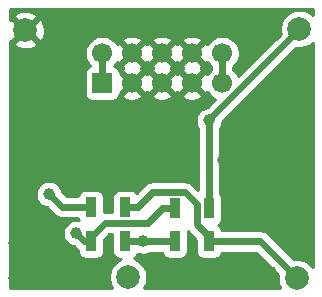
<source format=gbr>
G04 #@! TF.GenerationSoftware,KiCad,Pcbnew,(5.1.5)-3*
G04 #@! TF.CreationDate,2020-11-29T18:58:37+00:00*
G04 #@! TF.ProjectId,Retrospector_Power_Test_LM2675,52657472-6f73-4706-9563-746f725f506f,rev?*
G04 #@! TF.SameCoordinates,Original*
G04 #@! TF.FileFunction,Copper,L2,Bot*
G04 #@! TF.FilePolarity,Positive*
%FSLAX46Y46*%
G04 Gerber Fmt 4.6, Leading zero omitted, Abs format (unit mm)*
G04 Created by KiCad (PCBNEW (5.1.5)-3) date 2020-11-29 18:58:37*
%MOMM*%
%LPD*%
G04 APERTURE LIST*
%ADD10C,1.700000*%
%ADD11R,1.700000X1.700000*%
%ADD12R,0.900000X1.700000*%
%ADD13C,2.000000*%
%ADD14C,1.000000*%
%ADD15C,0.600000*%
%ADD16C,0.500000*%
%ADD17C,0.254000*%
G04 APERTURE END LIST*
D10*
X103660000Y-53460000D03*
X103660000Y-56000000D03*
X101120000Y-53460000D03*
X101120000Y-56000000D03*
X98580000Y-53460000D03*
X98580000Y-56000000D03*
X96040000Y-53460000D03*
X96040000Y-56000000D03*
X93500000Y-53460000D03*
D11*
X93500000Y-56000000D03*
D12*
X95450000Y-66500000D03*
X92550000Y-66500000D03*
X102550000Y-69400000D03*
X99650000Y-69400000D03*
X92550000Y-69400000D03*
X95450000Y-69400000D03*
X102550000Y-66600000D03*
X99650000Y-66600000D03*
D13*
X110200000Y-51400000D03*
X95700000Y-72400000D03*
X110000000Y-72500000D03*
X87000000Y-51500000D03*
D14*
X102550000Y-59150000D03*
X105600000Y-67000000D03*
X110500000Y-69500000D03*
X86000000Y-72500000D03*
X86000000Y-69500000D03*
X103700000Y-62500000D03*
X105200000Y-61000000D03*
X101200000Y-72600000D03*
X107800000Y-72000000D03*
X86700000Y-65300000D03*
X89000000Y-65400000D03*
X97000000Y-69400000D03*
X91300000Y-68700000D03*
D15*
X102550000Y-66600000D02*
X102550000Y-59150000D01*
D16*
X110200000Y-51500000D02*
X110200000Y-51400000D01*
X102550000Y-59150000D02*
X110200000Y-51500000D01*
D15*
X106900000Y-69400000D02*
X110000000Y-72500000D01*
X102550000Y-69400000D02*
X106900000Y-69400000D01*
X96500000Y-66500000D02*
X95450000Y-66500000D01*
X100500001Y-65249999D02*
X97750001Y-65249999D01*
X101500000Y-66249998D02*
X100500001Y-65249999D01*
X101500000Y-67950000D02*
X101500000Y-66249998D01*
X97750001Y-65249999D02*
X96500000Y-66500000D01*
X102550000Y-69000000D02*
X101500000Y-67950000D01*
X102550000Y-69400000D02*
X102550000Y-69000000D01*
X103660000Y-53460000D02*
X103660000Y-56000000D01*
X93500000Y-53460000D02*
X93500000Y-56000000D01*
X90100000Y-66500000D02*
X89000000Y-65400000D01*
X92550000Y-66500000D02*
X90100000Y-66500000D01*
D16*
X95400000Y-69400000D02*
X95450000Y-69200000D01*
D15*
X97000000Y-69400000D02*
X99650000Y-69400000D01*
X97000000Y-69400000D02*
X95450000Y-69400000D01*
X98600000Y-66600000D02*
X99650000Y-66600000D01*
X97349999Y-67850001D02*
X98600000Y-66600000D01*
X93699999Y-67850001D02*
X97349999Y-67850001D01*
X92550000Y-69000000D02*
X93699999Y-67850001D01*
X92550000Y-69400000D02*
X92550000Y-69000000D01*
X92000000Y-69400000D02*
X91300000Y-68700000D01*
X92550000Y-69400000D02*
X92000000Y-69400000D01*
D17*
G36*
X100835656Y-68614344D02*
G01*
X100871341Y-68643630D01*
X101461928Y-69234218D01*
X101461928Y-70250000D01*
X101474188Y-70374482D01*
X101510498Y-70494180D01*
X101569463Y-70604494D01*
X101648815Y-70701185D01*
X101745506Y-70780537D01*
X101855820Y-70839502D01*
X101975518Y-70875812D01*
X102100000Y-70888072D01*
X103000000Y-70888072D01*
X103124482Y-70875812D01*
X103244180Y-70839502D01*
X103354494Y-70780537D01*
X103451185Y-70701185D01*
X103530537Y-70604494D01*
X103589502Y-70494180D01*
X103625812Y-70374482D01*
X103629701Y-70335000D01*
X106512711Y-70335000D01*
X108390165Y-72212454D01*
X108365000Y-72338967D01*
X108365000Y-72661033D01*
X108427832Y-72976912D01*
X108551082Y-73274463D01*
X108578168Y-73315000D01*
X97055014Y-73315000D01*
X97148918Y-73174463D01*
X97272168Y-72876912D01*
X97335000Y-72561033D01*
X97335000Y-72238967D01*
X97272168Y-71923088D01*
X97148918Y-71625537D01*
X96969987Y-71357748D01*
X96742252Y-71130013D01*
X96474463Y-70951082D01*
X96176912Y-70827832D01*
X96168969Y-70826252D01*
X96254494Y-70780537D01*
X96351185Y-70701185D01*
X96430537Y-70604494D01*
X96489502Y-70494180D01*
X96510285Y-70425669D01*
X96668933Y-70491383D01*
X96888212Y-70535000D01*
X97111788Y-70535000D01*
X97331067Y-70491383D01*
X97537624Y-70405824D01*
X97643619Y-70335000D01*
X98570299Y-70335000D01*
X98574188Y-70374482D01*
X98610498Y-70494180D01*
X98669463Y-70604494D01*
X98748815Y-70701185D01*
X98845506Y-70780537D01*
X98955820Y-70839502D01*
X99075518Y-70875812D01*
X99200000Y-70888072D01*
X100100000Y-70888072D01*
X100224482Y-70875812D01*
X100344180Y-70839502D01*
X100454494Y-70780537D01*
X100551185Y-70701185D01*
X100630537Y-70604494D01*
X100689502Y-70494180D01*
X100725812Y-70374482D01*
X100738072Y-70250000D01*
X100738072Y-68550000D01*
X100731965Y-68487996D01*
X100835656Y-68614344D01*
G37*
X100835656Y-68614344D02*
X100871341Y-68643630D01*
X101461928Y-69234218D01*
X101461928Y-70250000D01*
X101474188Y-70374482D01*
X101510498Y-70494180D01*
X101569463Y-70604494D01*
X101648815Y-70701185D01*
X101745506Y-70780537D01*
X101855820Y-70839502D01*
X101975518Y-70875812D01*
X102100000Y-70888072D01*
X103000000Y-70888072D01*
X103124482Y-70875812D01*
X103244180Y-70839502D01*
X103354494Y-70780537D01*
X103451185Y-70701185D01*
X103530537Y-70604494D01*
X103589502Y-70494180D01*
X103625812Y-70374482D01*
X103629701Y-70335000D01*
X106512711Y-70335000D01*
X108390165Y-72212454D01*
X108365000Y-72338967D01*
X108365000Y-72661033D01*
X108427832Y-72976912D01*
X108551082Y-73274463D01*
X108578168Y-73315000D01*
X97055014Y-73315000D01*
X97148918Y-73174463D01*
X97272168Y-72876912D01*
X97335000Y-72561033D01*
X97335000Y-72238967D01*
X97272168Y-71923088D01*
X97148918Y-71625537D01*
X96969987Y-71357748D01*
X96742252Y-71130013D01*
X96474463Y-70951082D01*
X96176912Y-70827832D01*
X96168969Y-70826252D01*
X96254494Y-70780537D01*
X96351185Y-70701185D01*
X96430537Y-70604494D01*
X96489502Y-70494180D01*
X96510285Y-70425669D01*
X96668933Y-70491383D01*
X96888212Y-70535000D01*
X97111788Y-70535000D01*
X97331067Y-70491383D01*
X97537624Y-70405824D01*
X97643619Y-70335000D01*
X98570299Y-70335000D01*
X98574188Y-70374482D01*
X98610498Y-70494180D01*
X98669463Y-70604494D01*
X98748815Y-70701185D01*
X98845506Y-70780537D01*
X98955820Y-70839502D01*
X99075518Y-70875812D01*
X99200000Y-70888072D01*
X100100000Y-70888072D01*
X100224482Y-70875812D01*
X100344180Y-70839502D01*
X100454494Y-70780537D01*
X100551185Y-70701185D01*
X100630537Y-70604494D01*
X100689502Y-70494180D01*
X100725812Y-70374482D01*
X100738072Y-70250000D01*
X100738072Y-68550000D01*
X100731965Y-68487996D01*
X100835656Y-68614344D01*
G36*
X111315001Y-50202762D02*
G01*
X111242252Y-50130013D01*
X110974463Y-49951082D01*
X110676912Y-49827832D01*
X110361033Y-49765000D01*
X110038967Y-49765000D01*
X109723088Y-49827832D01*
X109425537Y-49951082D01*
X109157748Y-50130013D01*
X108930013Y-50357748D01*
X108751082Y-50625537D01*
X108627832Y-50923088D01*
X108565000Y-51238967D01*
X108565000Y-51561033D01*
X108618487Y-51829934D01*
X105027493Y-55420929D01*
X104975990Y-55296589D01*
X104813475Y-55053368D01*
X104606632Y-54846525D01*
X104595000Y-54838753D01*
X104595000Y-54621247D01*
X104606632Y-54613475D01*
X104813475Y-54406632D01*
X104975990Y-54163411D01*
X105087932Y-53893158D01*
X105145000Y-53606260D01*
X105145000Y-53313740D01*
X105087932Y-53026842D01*
X104975990Y-52756589D01*
X104813475Y-52513368D01*
X104606632Y-52306525D01*
X104363411Y-52144010D01*
X104093158Y-52032068D01*
X103806260Y-51975000D01*
X103513740Y-51975000D01*
X103226842Y-52032068D01*
X102956589Y-52144010D01*
X102713368Y-52306525D01*
X102506525Y-52513368D01*
X102390689Y-52686729D01*
X102148397Y-52611208D01*
X101299605Y-53460000D01*
X102148397Y-54308792D01*
X102390689Y-54233271D01*
X102506525Y-54406632D01*
X102713368Y-54613475D01*
X102725000Y-54621248D01*
X102725001Y-54838752D01*
X102713368Y-54846525D01*
X102506525Y-55053368D01*
X102390689Y-55226729D01*
X102148397Y-55151208D01*
X101299605Y-56000000D01*
X102148397Y-56848792D01*
X102390689Y-56773271D01*
X102506525Y-56946632D01*
X102713368Y-57153475D01*
X102956589Y-57315990D01*
X103080929Y-57367493D01*
X102432233Y-58016189D01*
X102218933Y-58058617D01*
X102012376Y-58144176D01*
X101826480Y-58268388D01*
X101668388Y-58426480D01*
X101544176Y-58612376D01*
X101458617Y-58818933D01*
X101415000Y-59038212D01*
X101415000Y-59261788D01*
X101458617Y-59481067D01*
X101544176Y-59687624D01*
X101615001Y-59793621D01*
X101615000Y-65042709D01*
X101193631Y-64621340D01*
X101164345Y-64585655D01*
X101021973Y-64468813D01*
X100859541Y-64381992D01*
X100683293Y-64328528D01*
X100545933Y-64314999D01*
X100500001Y-64310475D01*
X100454069Y-64314999D01*
X97795932Y-64314999D01*
X97750000Y-64310475D01*
X97566708Y-64328528D01*
X97513244Y-64344746D01*
X97390461Y-64381992D01*
X97228029Y-64468813D01*
X97085657Y-64585655D01*
X97056375Y-64621335D01*
X96408751Y-65268960D01*
X96351185Y-65198815D01*
X96254494Y-65119463D01*
X96144180Y-65060498D01*
X96024482Y-65024188D01*
X95900000Y-65011928D01*
X95000000Y-65011928D01*
X94875518Y-65024188D01*
X94755820Y-65060498D01*
X94645506Y-65119463D01*
X94548815Y-65198815D01*
X94469463Y-65295506D01*
X94410498Y-65405820D01*
X94374188Y-65525518D01*
X94361928Y-65650000D01*
X94361928Y-66915001D01*
X93745930Y-66915001D01*
X93699998Y-66910477D01*
X93638072Y-66916576D01*
X93638072Y-65650000D01*
X93625812Y-65525518D01*
X93589502Y-65405820D01*
X93530537Y-65295506D01*
X93451185Y-65198815D01*
X93354494Y-65119463D01*
X93244180Y-65060498D01*
X93124482Y-65024188D01*
X93000000Y-65011928D01*
X92100000Y-65011928D01*
X91975518Y-65024188D01*
X91855820Y-65060498D01*
X91745506Y-65119463D01*
X91648815Y-65198815D01*
X91569463Y-65295506D01*
X91510498Y-65405820D01*
X91474188Y-65525518D01*
X91470299Y-65565000D01*
X90487289Y-65565000D01*
X90116253Y-65193964D01*
X90091383Y-65068933D01*
X90005824Y-64862376D01*
X89881612Y-64676480D01*
X89723520Y-64518388D01*
X89537624Y-64394176D01*
X89331067Y-64308617D01*
X89111788Y-64265000D01*
X88888212Y-64265000D01*
X88668933Y-64308617D01*
X88462376Y-64394176D01*
X88276480Y-64518388D01*
X88118388Y-64676480D01*
X87994176Y-64862376D01*
X87908617Y-65068933D01*
X87865000Y-65288212D01*
X87865000Y-65511788D01*
X87908617Y-65731067D01*
X87994176Y-65937624D01*
X88118388Y-66123520D01*
X88276480Y-66281612D01*
X88462376Y-66405824D01*
X88668933Y-66491383D01*
X88793964Y-66516253D01*
X89406370Y-67128659D01*
X89435656Y-67164344D01*
X89578028Y-67281186D01*
X89740460Y-67368007D01*
X89916708Y-67421471D01*
X90100000Y-67439524D01*
X90145932Y-67435000D01*
X91470299Y-67435000D01*
X91474188Y-67474482D01*
X91507416Y-67584022D01*
X91411788Y-67565000D01*
X91188212Y-67565000D01*
X90968933Y-67608617D01*
X90762376Y-67694176D01*
X90576480Y-67818388D01*
X90418388Y-67976480D01*
X90294176Y-68162376D01*
X90208617Y-68368933D01*
X90165000Y-68588212D01*
X90165000Y-68811788D01*
X90208617Y-69031067D01*
X90294176Y-69237624D01*
X90418388Y-69423520D01*
X90576480Y-69581612D01*
X90762376Y-69705824D01*
X90968933Y-69791383D01*
X91093963Y-69816253D01*
X91306374Y-70028664D01*
X91335656Y-70064344D01*
X91461928Y-70167973D01*
X91461928Y-70250000D01*
X91474188Y-70374482D01*
X91510498Y-70494180D01*
X91569463Y-70604494D01*
X91648815Y-70701185D01*
X91745506Y-70780537D01*
X91855820Y-70839502D01*
X91975518Y-70875812D01*
X92100000Y-70888072D01*
X93000000Y-70888072D01*
X93124482Y-70875812D01*
X93244180Y-70839502D01*
X93354494Y-70780537D01*
X93451185Y-70701185D01*
X93530537Y-70604494D01*
X93589502Y-70494180D01*
X93625812Y-70374482D01*
X93638072Y-70250000D01*
X93638072Y-69234217D01*
X94087289Y-68785001D01*
X94361928Y-68785001D01*
X94361928Y-70250000D01*
X94374188Y-70374482D01*
X94410498Y-70494180D01*
X94469463Y-70604494D01*
X94548815Y-70701185D01*
X94645506Y-70780537D01*
X94755820Y-70839502D01*
X94875518Y-70875812D01*
X95000000Y-70888072D01*
X95077656Y-70888072D01*
X94925537Y-70951082D01*
X94657748Y-71130013D01*
X94430013Y-71357748D01*
X94251082Y-71625537D01*
X94127832Y-71923088D01*
X94065000Y-72238967D01*
X94065000Y-72561033D01*
X94127832Y-72876912D01*
X94251082Y-73174463D01*
X94344986Y-73315000D01*
X85685000Y-73315000D01*
X85685000Y-55150000D01*
X92011928Y-55150000D01*
X92011928Y-56850000D01*
X92024188Y-56974482D01*
X92060498Y-57094180D01*
X92119463Y-57204494D01*
X92198815Y-57301185D01*
X92295506Y-57380537D01*
X92405820Y-57439502D01*
X92525518Y-57475812D01*
X92650000Y-57488072D01*
X94350000Y-57488072D01*
X94474482Y-57475812D01*
X94594180Y-57439502D01*
X94704494Y-57380537D01*
X94801185Y-57301185D01*
X94880537Y-57204494D01*
X94939502Y-57094180D01*
X94959457Y-57028397D01*
X95191208Y-57028397D01*
X95268843Y-57277472D01*
X95532883Y-57403371D01*
X95816411Y-57475339D01*
X96108531Y-57490611D01*
X96398019Y-57448599D01*
X96673747Y-57350919D01*
X96811157Y-57277472D01*
X96888792Y-57028397D01*
X97731208Y-57028397D01*
X97808843Y-57277472D01*
X98072883Y-57403371D01*
X98356411Y-57475339D01*
X98648531Y-57490611D01*
X98938019Y-57448599D01*
X99213747Y-57350919D01*
X99351157Y-57277472D01*
X99428792Y-57028397D01*
X100271208Y-57028397D01*
X100348843Y-57277472D01*
X100612883Y-57403371D01*
X100896411Y-57475339D01*
X101188531Y-57490611D01*
X101478019Y-57448599D01*
X101753747Y-57350919D01*
X101891157Y-57277472D01*
X101968792Y-57028397D01*
X101120000Y-56179605D01*
X100271208Y-57028397D01*
X99428792Y-57028397D01*
X98580000Y-56179605D01*
X97731208Y-57028397D01*
X96888792Y-57028397D01*
X96040000Y-56179605D01*
X95191208Y-57028397D01*
X94959457Y-57028397D01*
X94975812Y-56974482D01*
X94988072Y-56850000D01*
X94988072Y-56841458D01*
X95011603Y-56848792D01*
X95860395Y-56000000D01*
X96219605Y-56000000D01*
X97068397Y-56848792D01*
X97310000Y-56773486D01*
X97551603Y-56848792D01*
X98400395Y-56000000D01*
X98759605Y-56000000D01*
X99608397Y-56848792D01*
X99850000Y-56773486D01*
X100091603Y-56848792D01*
X100940395Y-56000000D01*
X100091603Y-55151208D01*
X99850000Y-55226514D01*
X99608397Y-55151208D01*
X98759605Y-56000000D01*
X98400395Y-56000000D01*
X97551603Y-55151208D01*
X97310000Y-55226514D01*
X97068397Y-55151208D01*
X96219605Y-56000000D01*
X95860395Y-56000000D01*
X95011603Y-55151208D01*
X94988072Y-55158542D01*
X94988072Y-55150000D01*
X94975812Y-55025518D01*
X94939502Y-54905820D01*
X94880537Y-54795506D01*
X94801185Y-54698815D01*
X94704494Y-54619463D01*
X94594180Y-54560498D01*
X94521620Y-54538487D01*
X94571710Y-54488397D01*
X95191208Y-54488397D01*
X95266514Y-54730000D01*
X95191208Y-54971603D01*
X96040000Y-55820395D01*
X96888792Y-54971603D01*
X96813486Y-54730000D01*
X96888792Y-54488397D01*
X97731208Y-54488397D01*
X97806514Y-54730000D01*
X97731208Y-54971603D01*
X98580000Y-55820395D01*
X99428792Y-54971603D01*
X99353486Y-54730000D01*
X99428792Y-54488397D01*
X100271208Y-54488397D01*
X100346514Y-54730000D01*
X100271208Y-54971603D01*
X101120000Y-55820395D01*
X101968792Y-54971603D01*
X101893486Y-54730000D01*
X101968792Y-54488397D01*
X101120000Y-53639605D01*
X100271208Y-54488397D01*
X99428792Y-54488397D01*
X98580000Y-53639605D01*
X97731208Y-54488397D01*
X96888792Y-54488397D01*
X96040000Y-53639605D01*
X95191208Y-54488397D01*
X94571710Y-54488397D01*
X94653475Y-54406632D01*
X94769311Y-54233271D01*
X95011603Y-54308792D01*
X95860395Y-53460000D01*
X96219605Y-53460000D01*
X97068397Y-54308792D01*
X97310000Y-54233486D01*
X97551603Y-54308792D01*
X98400395Y-53460000D01*
X98759605Y-53460000D01*
X99608397Y-54308792D01*
X99850000Y-54233486D01*
X100091603Y-54308792D01*
X100940395Y-53460000D01*
X100091603Y-52611208D01*
X99850000Y-52686514D01*
X99608397Y-52611208D01*
X98759605Y-53460000D01*
X98400395Y-53460000D01*
X97551603Y-52611208D01*
X97310000Y-52686514D01*
X97068397Y-52611208D01*
X96219605Y-53460000D01*
X95860395Y-53460000D01*
X95011603Y-52611208D01*
X94769311Y-52686729D01*
X94653475Y-52513368D01*
X94571710Y-52431603D01*
X95191208Y-52431603D01*
X96040000Y-53280395D01*
X96888792Y-52431603D01*
X97731208Y-52431603D01*
X98580000Y-53280395D01*
X99428792Y-52431603D01*
X100271208Y-52431603D01*
X101120000Y-53280395D01*
X101968792Y-52431603D01*
X101891157Y-52182528D01*
X101627117Y-52056629D01*
X101343589Y-51984661D01*
X101051469Y-51969389D01*
X100761981Y-52011401D01*
X100486253Y-52109081D01*
X100348843Y-52182528D01*
X100271208Y-52431603D01*
X99428792Y-52431603D01*
X99351157Y-52182528D01*
X99087117Y-52056629D01*
X98803589Y-51984661D01*
X98511469Y-51969389D01*
X98221981Y-52011401D01*
X97946253Y-52109081D01*
X97808843Y-52182528D01*
X97731208Y-52431603D01*
X96888792Y-52431603D01*
X96811157Y-52182528D01*
X96547117Y-52056629D01*
X96263589Y-51984661D01*
X95971469Y-51969389D01*
X95681981Y-52011401D01*
X95406253Y-52109081D01*
X95268843Y-52182528D01*
X95191208Y-52431603D01*
X94571710Y-52431603D01*
X94446632Y-52306525D01*
X94203411Y-52144010D01*
X93933158Y-52032068D01*
X93646260Y-51975000D01*
X93353740Y-51975000D01*
X93066842Y-52032068D01*
X92796589Y-52144010D01*
X92553368Y-52306525D01*
X92346525Y-52513368D01*
X92184010Y-52756589D01*
X92072068Y-53026842D01*
X92015000Y-53313740D01*
X92015000Y-53606260D01*
X92072068Y-53893158D01*
X92184010Y-54163411D01*
X92346525Y-54406632D01*
X92478380Y-54538487D01*
X92405820Y-54560498D01*
X92295506Y-54619463D01*
X92198815Y-54698815D01*
X92119463Y-54795506D01*
X92060498Y-54905820D01*
X92024188Y-55025518D01*
X92011928Y-55150000D01*
X85685000Y-55150000D01*
X85685000Y-52635413D01*
X86044192Y-52635413D01*
X86139956Y-52899814D01*
X86429571Y-53040704D01*
X86741108Y-53122384D01*
X87062595Y-53141718D01*
X87381675Y-53097961D01*
X87686088Y-52992795D01*
X87860044Y-52899814D01*
X87955808Y-52635413D01*
X87000000Y-51679605D01*
X86044192Y-52635413D01*
X85685000Y-52635413D01*
X85685000Y-52390763D01*
X85864587Y-52455808D01*
X86820395Y-51500000D01*
X87179605Y-51500000D01*
X88135413Y-52455808D01*
X88399814Y-52360044D01*
X88540704Y-52070429D01*
X88622384Y-51758892D01*
X88641718Y-51437405D01*
X88597961Y-51118325D01*
X88492795Y-50813912D01*
X88399814Y-50639956D01*
X88135413Y-50544192D01*
X87179605Y-51500000D01*
X86820395Y-51500000D01*
X85864587Y-50544192D01*
X85685000Y-50609237D01*
X85685000Y-50364587D01*
X86044192Y-50364587D01*
X87000000Y-51320395D01*
X87955808Y-50364587D01*
X87860044Y-50100186D01*
X87570429Y-49959296D01*
X87258892Y-49877616D01*
X86937405Y-49858282D01*
X86618325Y-49902039D01*
X86313912Y-50007205D01*
X86139956Y-50100186D01*
X86044192Y-50364587D01*
X85685000Y-50364587D01*
X85685000Y-49685000D01*
X111315001Y-49685000D01*
X111315001Y-50202762D01*
G37*
X111315001Y-50202762D02*
X111242252Y-50130013D01*
X110974463Y-49951082D01*
X110676912Y-49827832D01*
X110361033Y-49765000D01*
X110038967Y-49765000D01*
X109723088Y-49827832D01*
X109425537Y-49951082D01*
X109157748Y-50130013D01*
X108930013Y-50357748D01*
X108751082Y-50625537D01*
X108627832Y-50923088D01*
X108565000Y-51238967D01*
X108565000Y-51561033D01*
X108618487Y-51829934D01*
X105027493Y-55420929D01*
X104975990Y-55296589D01*
X104813475Y-55053368D01*
X104606632Y-54846525D01*
X104595000Y-54838753D01*
X104595000Y-54621247D01*
X104606632Y-54613475D01*
X104813475Y-54406632D01*
X104975990Y-54163411D01*
X105087932Y-53893158D01*
X105145000Y-53606260D01*
X105145000Y-53313740D01*
X105087932Y-53026842D01*
X104975990Y-52756589D01*
X104813475Y-52513368D01*
X104606632Y-52306525D01*
X104363411Y-52144010D01*
X104093158Y-52032068D01*
X103806260Y-51975000D01*
X103513740Y-51975000D01*
X103226842Y-52032068D01*
X102956589Y-52144010D01*
X102713368Y-52306525D01*
X102506525Y-52513368D01*
X102390689Y-52686729D01*
X102148397Y-52611208D01*
X101299605Y-53460000D01*
X102148397Y-54308792D01*
X102390689Y-54233271D01*
X102506525Y-54406632D01*
X102713368Y-54613475D01*
X102725000Y-54621248D01*
X102725001Y-54838752D01*
X102713368Y-54846525D01*
X102506525Y-55053368D01*
X102390689Y-55226729D01*
X102148397Y-55151208D01*
X101299605Y-56000000D01*
X102148397Y-56848792D01*
X102390689Y-56773271D01*
X102506525Y-56946632D01*
X102713368Y-57153475D01*
X102956589Y-57315990D01*
X103080929Y-57367493D01*
X102432233Y-58016189D01*
X102218933Y-58058617D01*
X102012376Y-58144176D01*
X101826480Y-58268388D01*
X101668388Y-58426480D01*
X101544176Y-58612376D01*
X101458617Y-58818933D01*
X101415000Y-59038212D01*
X101415000Y-59261788D01*
X101458617Y-59481067D01*
X101544176Y-59687624D01*
X101615001Y-59793621D01*
X101615000Y-65042709D01*
X101193631Y-64621340D01*
X101164345Y-64585655D01*
X101021973Y-64468813D01*
X100859541Y-64381992D01*
X100683293Y-64328528D01*
X100545933Y-64314999D01*
X100500001Y-64310475D01*
X100454069Y-64314999D01*
X97795932Y-64314999D01*
X97750000Y-64310475D01*
X97566708Y-64328528D01*
X97513244Y-64344746D01*
X97390461Y-64381992D01*
X97228029Y-64468813D01*
X97085657Y-64585655D01*
X97056375Y-64621335D01*
X96408751Y-65268960D01*
X96351185Y-65198815D01*
X96254494Y-65119463D01*
X96144180Y-65060498D01*
X96024482Y-65024188D01*
X95900000Y-65011928D01*
X95000000Y-65011928D01*
X94875518Y-65024188D01*
X94755820Y-65060498D01*
X94645506Y-65119463D01*
X94548815Y-65198815D01*
X94469463Y-65295506D01*
X94410498Y-65405820D01*
X94374188Y-65525518D01*
X94361928Y-65650000D01*
X94361928Y-66915001D01*
X93745930Y-66915001D01*
X93699998Y-66910477D01*
X93638072Y-66916576D01*
X93638072Y-65650000D01*
X93625812Y-65525518D01*
X93589502Y-65405820D01*
X93530537Y-65295506D01*
X93451185Y-65198815D01*
X93354494Y-65119463D01*
X93244180Y-65060498D01*
X93124482Y-65024188D01*
X93000000Y-65011928D01*
X92100000Y-65011928D01*
X91975518Y-65024188D01*
X91855820Y-65060498D01*
X91745506Y-65119463D01*
X91648815Y-65198815D01*
X91569463Y-65295506D01*
X91510498Y-65405820D01*
X91474188Y-65525518D01*
X91470299Y-65565000D01*
X90487289Y-65565000D01*
X90116253Y-65193964D01*
X90091383Y-65068933D01*
X90005824Y-64862376D01*
X89881612Y-64676480D01*
X89723520Y-64518388D01*
X89537624Y-64394176D01*
X89331067Y-64308617D01*
X89111788Y-64265000D01*
X88888212Y-64265000D01*
X88668933Y-64308617D01*
X88462376Y-64394176D01*
X88276480Y-64518388D01*
X88118388Y-64676480D01*
X87994176Y-64862376D01*
X87908617Y-65068933D01*
X87865000Y-65288212D01*
X87865000Y-65511788D01*
X87908617Y-65731067D01*
X87994176Y-65937624D01*
X88118388Y-66123520D01*
X88276480Y-66281612D01*
X88462376Y-66405824D01*
X88668933Y-66491383D01*
X88793964Y-66516253D01*
X89406370Y-67128659D01*
X89435656Y-67164344D01*
X89578028Y-67281186D01*
X89740460Y-67368007D01*
X89916708Y-67421471D01*
X90100000Y-67439524D01*
X90145932Y-67435000D01*
X91470299Y-67435000D01*
X91474188Y-67474482D01*
X91507416Y-67584022D01*
X91411788Y-67565000D01*
X91188212Y-67565000D01*
X90968933Y-67608617D01*
X90762376Y-67694176D01*
X90576480Y-67818388D01*
X90418388Y-67976480D01*
X90294176Y-68162376D01*
X90208617Y-68368933D01*
X90165000Y-68588212D01*
X90165000Y-68811788D01*
X90208617Y-69031067D01*
X90294176Y-69237624D01*
X90418388Y-69423520D01*
X90576480Y-69581612D01*
X90762376Y-69705824D01*
X90968933Y-69791383D01*
X91093963Y-69816253D01*
X91306374Y-70028664D01*
X91335656Y-70064344D01*
X91461928Y-70167973D01*
X91461928Y-70250000D01*
X91474188Y-70374482D01*
X91510498Y-70494180D01*
X91569463Y-70604494D01*
X91648815Y-70701185D01*
X91745506Y-70780537D01*
X91855820Y-70839502D01*
X91975518Y-70875812D01*
X92100000Y-70888072D01*
X93000000Y-70888072D01*
X93124482Y-70875812D01*
X93244180Y-70839502D01*
X93354494Y-70780537D01*
X93451185Y-70701185D01*
X93530537Y-70604494D01*
X93589502Y-70494180D01*
X93625812Y-70374482D01*
X93638072Y-70250000D01*
X93638072Y-69234217D01*
X94087289Y-68785001D01*
X94361928Y-68785001D01*
X94361928Y-70250000D01*
X94374188Y-70374482D01*
X94410498Y-70494180D01*
X94469463Y-70604494D01*
X94548815Y-70701185D01*
X94645506Y-70780537D01*
X94755820Y-70839502D01*
X94875518Y-70875812D01*
X95000000Y-70888072D01*
X95077656Y-70888072D01*
X94925537Y-70951082D01*
X94657748Y-71130013D01*
X94430013Y-71357748D01*
X94251082Y-71625537D01*
X94127832Y-71923088D01*
X94065000Y-72238967D01*
X94065000Y-72561033D01*
X94127832Y-72876912D01*
X94251082Y-73174463D01*
X94344986Y-73315000D01*
X85685000Y-73315000D01*
X85685000Y-55150000D01*
X92011928Y-55150000D01*
X92011928Y-56850000D01*
X92024188Y-56974482D01*
X92060498Y-57094180D01*
X92119463Y-57204494D01*
X92198815Y-57301185D01*
X92295506Y-57380537D01*
X92405820Y-57439502D01*
X92525518Y-57475812D01*
X92650000Y-57488072D01*
X94350000Y-57488072D01*
X94474482Y-57475812D01*
X94594180Y-57439502D01*
X94704494Y-57380537D01*
X94801185Y-57301185D01*
X94880537Y-57204494D01*
X94939502Y-57094180D01*
X94959457Y-57028397D01*
X95191208Y-57028397D01*
X95268843Y-57277472D01*
X95532883Y-57403371D01*
X95816411Y-57475339D01*
X96108531Y-57490611D01*
X96398019Y-57448599D01*
X96673747Y-57350919D01*
X96811157Y-57277472D01*
X96888792Y-57028397D01*
X97731208Y-57028397D01*
X97808843Y-57277472D01*
X98072883Y-57403371D01*
X98356411Y-57475339D01*
X98648531Y-57490611D01*
X98938019Y-57448599D01*
X99213747Y-57350919D01*
X99351157Y-57277472D01*
X99428792Y-57028397D01*
X100271208Y-57028397D01*
X100348843Y-57277472D01*
X100612883Y-57403371D01*
X100896411Y-57475339D01*
X101188531Y-57490611D01*
X101478019Y-57448599D01*
X101753747Y-57350919D01*
X101891157Y-57277472D01*
X101968792Y-57028397D01*
X101120000Y-56179605D01*
X100271208Y-57028397D01*
X99428792Y-57028397D01*
X98580000Y-56179605D01*
X97731208Y-57028397D01*
X96888792Y-57028397D01*
X96040000Y-56179605D01*
X95191208Y-57028397D01*
X94959457Y-57028397D01*
X94975812Y-56974482D01*
X94988072Y-56850000D01*
X94988072Y-56841458D01*
X95011603Y-56848792D01*
X95860395Y-56000000D01*
X96219605Y-56000000D01*
X97068397Y-56848792D01*
X97310000Y-56773486D01*
X97551603Y-56848792D01*
X98400395Y-56000000D01*
X98759605Y-56000000D01*
X99608397Y-56848792D01*
X99850000Y-56773486D01*
X100091603Y-56848792D01*
X100940395Y-56000000D01*
X100091603Y-55151208D01*
X99850000Y-55226514D01*
X99608397Y-55151208D01*
X98759605Y-56000000D01*
X98400395Y-56000000D01*
X97551603Y-55151208D01*
X97310000Y-55226514D01*
X97068397Y-55151208D01*
X96219605Y-56000000D01*
X95860395Y-56000000D01*
X95011603Y-55151208D01*
X94988072Y-55158542D01*
X94988072Y-55150000D01*
X94975812Y-55025518D01*
X94939502Y-54905820D01*
X94880537Y-54795506D01*
X94801185Y-54698815D01*
X94704494Y-54619463D01*
X94594180Y-54560498D01*
X94521620Y-54538487D01*
X94571710Y-54488397D01*
X95191208Y-54488397D01*
X95266514Y-54730000D01*
X95191208Y-54971603D01*
X96040000Y-55820395D01*
X96888792Y-54971603D01*
X96813486Y-54730000D01*
X96888792Y-54488397D01*
X97731208Y-54488397D01*
X97806514Y-54730000D01*
X97731208Y-54971603D01*
X98580000Y-55820395D01*
X99428792Y-54971603D01*
X99353486Y-54730000D01*
X99428792Y-54488397D01*
X100271208Y-54488397D01*
X100346514Y-54730000D01*
X100271208Y-54971603D01*
X101120000Y-55820395D01*
X101968792Y-54971603D01*
X101893486Y-54730000D01*
X101968792Y-54488397D01*
X101120000Y-53639605D01*
X100271208Y-54488397D01*
X99428792Y-54488397D01*
X98580000Y-53639605D01*
X97731208Y-54488397D01*
X96888792Y-54488397D01*
X96040000Y-53639605D01*
X95191208Y-54488397D01*
X94571710Y-54488397D01*
X94653475Y-54406632D01*
X94769311Y-54233271D01*
X95011603Y-54308792D01*
X95860395Y-53460000D01*
X96219605Y-53460000D01*
X97068397Y-54308792D01*
X97310000Y-54233486D01*
X97551603Y-54308792D01*
X98400395Y-53460000D01*
X98759605Y-53460000D01*
X99608397Y-54308792D01*
X99850000Y-54233486D01*
X100091603Y-54308792D01*
X100940395Y-53460000D01*
X100091603Y-52611208D01*
X99850000Y-52686514D01*
X99608397Y-52611208D01*
X98759605Y-53460000D01*
X98400395Y-53460000D01*
X97551603Y-52611208D01*
X97310000Y-52686514D01*
X97068397Y-52611208D01*
X96219605Y-53460000D01*
X95860395Y-53460000D01*
X95011603Y-52611208D01*
X94769311Y-52686729D01*
X94653475Y-52513368D01*
X94571710Y-52431603D01*
X95191208Y-52431603D01*
X96040000Y-53280395D01*
X96888792Y-52431603D01*
X97731208Y-52431603D01*
X98580000Y-53280395D01*
X99428792Y-52431603D01*
X100271208Y-52431603D01*
X101120000Y-53280395D01*
X101968792Y-52431603D01*
X101891157Y-52182528D01*
X101627117Y-52056629D01*
X101343589Y-51984661D01*
X101051469Y-51969389D01*
X100761981Y-52011401D01*
X100486253Y-52109081D01*
X100348843Y-52182528D01*
X100271208Y-52431603D01*
X99428792Y-52431603D01*
X99351157Y-52182528D01*
X99087117Y-52056629D01*
X98803589Y-51984661D01*
X98511469Y-51969389D01*
X98221981Y-52011401D01*
X97946253Y-52109081D01*
X97808843Y-52182528D01*
X97731208Y-52431603D01*
X96888792Y-52431603D01*
X96811157Y-52182528D01*
X96547117Y-52056629D01*
X96263589Y-51984661D01*
X95971469Y-51969389D01*
X95681981Y-52011401D01*
X95406253Y-52109081D01*
X95268843Y-52182528D01*
X95191208Y-52431603D01*
X94571710Y-52431603D01*
X94446632Y-52306525D01*
X94203411Y-52144010D01*
X93933158Y-52032068D01*
X93646260Y-51975000D01*
X93353740Y-51975000D01*
X93066842Y-52032068D01*
X92796589Y-52144010D01*
X92553368Y-52306525D01*
X92346525Y-52513368D01*
X92184010Y-52756589D01*
X92072068Y-53026842D01*
X92015000Y-53313740D01*
X92015000Y-53606260D01*
X92072068Y-53893158D01*
X92184010Y-54163411D01*
X92346525Y-54406632D01*
X92478380Y-54538487D01*
X92405820Y-54560498D01*
X92295506Y-54619463D01*
X92198815Y-54698815D01*
X92119463Y-54795506D01*
X92060498Y-54905820D01*
X92024188Y-55025518D01*
X92011928Y-55150000D01*
X85685000Y-55150000D01*
X85685000Y-52635413D01*
X86044192Y-52635413D01*
X86139956Y-52899814D01*
X86429571Y-53040704D01*
X86741108Y-53122384D01*
X87062595Y-53141718D01*
X87381675Y-53097961D01*
X87686088Y-52992795D01*
X87860044Y-52899814D01*
X87955808Y-52635413D01*
X87000000Y-51679605D01*
X86044192Y-52635413D01*
X85685000Y-52635413D01*
X85685000Y-52390763D01*
X85864587Y-52455808D01*
X86820395Y-51500000D01*
X87179605Y-51500000D01*
X88135413Y-52455808D01*
X88399814Y-52360044D01*
X88540704Y-52070429D01*
X88622384Y-51758892D01*
X88641718Y-51437405D01*
X88597961Y-51118325D01*
X88492795Y-50813912D01*
X88399814Y-50639956D01*
X88135413Y-50544192D01*
X87179605Y-51500000D01*
X86820395Y-51500000D01*
X85864587Y-50544192D01*
X85685000Y-50609237D01*
X85685000Y-50364587D01*
X86044192Y-50364587D01*
X87000000Y-51320395D01*
X87955808Y-50364587D01*
X87860044Y-50100186D01*
X87570429Y-49959296D01*
X87258892Y-49877616D01*
X86937405Y-49858282D01*
X86618325Y-49902039D01*
X86313912Y-50007205D01*
X86139956Y-50100186D01*
X86044192Y-50364587D01*
X85685000Y-50364587D01*
X85685000Y-49685000D01*
X111315001Y-49685000D01*
X111315001Y-50202762D01*
G36*
X111315000Y-71525115D02*
G01*
X111269987Y-71457748D01*
X111042252Y-71230013D01*
X110774463Y-71051082D01*
X110476912Y-70927832D01*
X110161033Y-70865000D01*
X109838967Y-70865000D01*
X109712454Y-70890165D01*
X107593630Y-68771341D01*
X107564344Y-68735656D01*
X107421972Y-68618814D01*
X107259540Y-68531993D01*
X107083292Y-68478529D01*
X106945932Y-68465000D01*
X106900000Y-68460476D01*
X106854068Y-68465000D01*
X103629701Y-68465000D01*
X103625812Y-68425518D01*
X103589502Y-68305820D01*
X103530537Y-68195506D01*
X103451185Y-68098815D01*
X103354494Y-68019463D01*
X103318082Y-68000000D01*
X103354494Y-67980537D01*
X103451185Y-67901185D01*
X103530537Y-67804494D01*
X103589502Y-67694180D01*
X103625812Y-67574482D01*
X103638072Y-67450000D01*
X103638072Y-65750000D01*
X103625812Y-65625518D01*
X103589502Y-65505820D01*
X103530537Y-65395506D01*
X103485000Y-65340019D01*
X103485000Y-59793619D01*
X103555824Y-59687624D01*
X103641383Y-59481067D01*
X103683811Y-59267767D01*
X109936884Y-53014695D01*
X110038967Y-53035000D01*
X110361033Y-53035000D01*
X110676912Y-52972168D01*
X110974463Y-52848918D01*
X111242252Y-52669987D01*
X111315001Y-52597238D01*
X111315000Y-71525115D01*
G37*
X111315000Y-71525115D02*
X111269987Y-71457748D01*
X111042252Y-71230013D01*
X110774463Y-71051082D01*
X110476912Y-70927832D01*
X110161033Y-70865000D01*
X109838967Y-70865000D01*
X109712454Y-70890165D01*
X107593630Y-68771341D01*
X107564344Y-68735656D01*
X107421972Y-68618814D01*
X107259540Y-68531993D01*
X107083292Y-68478529D01*
X106945932Y-68465000D01*
X106900000Y-68460476D01*
X106854068Y-68465000D01*
X103629701Y-68465000D01*
X103625812Y-68425518D01*
X103589502Y-68305820D01*
X103530537Y-68195506D01*
X103451185Y-68098815D01*
X103354494Y-68019463D01*
X103318082Y-68000000D01*
X103354494Y-67980537D01*
X103451185Y-67901185D01*
X103530537Y-67804494D01*
X103589502Y-67694180D01*
X103625812Y-67574482D01*
X103638072Y-67450000D01*
X103638072Y-65750000D01*
X103625812Y-65625518D01*
X103589502Y-65505820D01*
X103530537Y-65395506D01*
X103485000Y-65340019D01*
X103485000Y-59793619D01*
X103555824Y-59687624D01*
X103641383Y-59481067D01*
X103683811Y-59267767D01*
X109936884Y-53014695D01*
X110038967Y-53035000D01*
X110361033Y-53035000D01*
X110676912Y-52972168D01*
X110974463Y-52848918D01*
X111242252Y-52669987D01*
X111315001Y-52597238D01*
X111315000Y-71525115D01*
M02*

</source>
